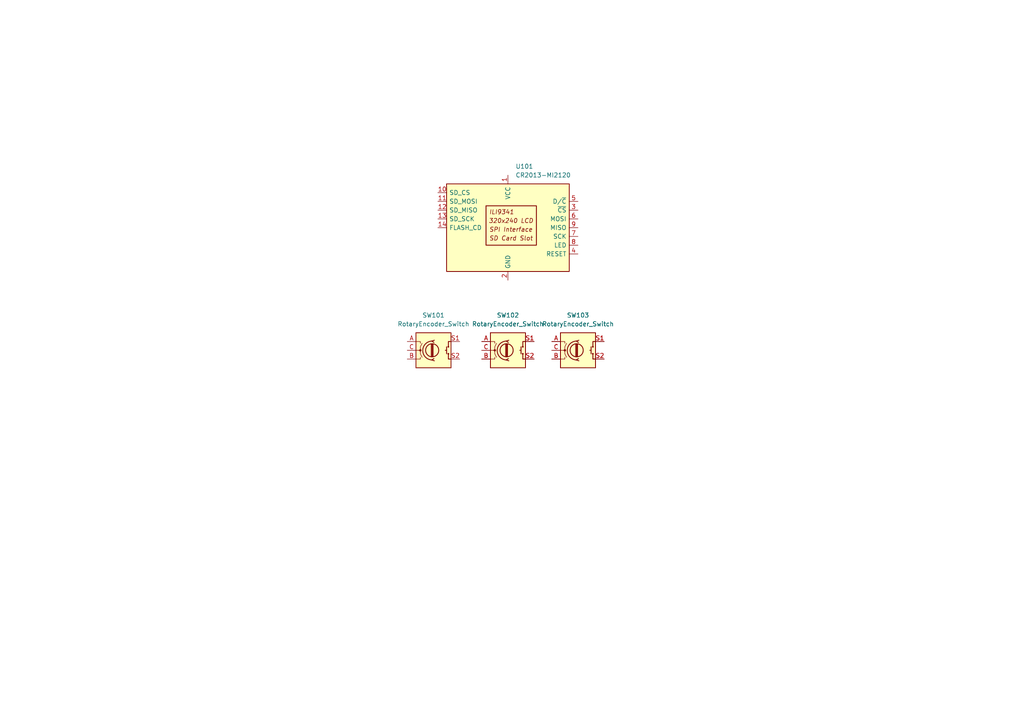
<source format=kicad_sch>
(kicad_sch (version 20231120) (generator "eeschema") (generator_version "8.0")
  (paper "A4")
  (lib_symbols
    (symbol "Device:RotaryEncoder_Switch" (pin_names (offset 0.254) hide)
      (property "Reference" "SW" (at 0 6.604 0))
      (property "Value" "RotaryEncoder_Switch" (at 0 -6.604 0))
      (symbol "RotaryEncoder_Switch_0_1"
        (rectangle (start -5.08 5.08) (end 5.08 -5.08) (stroke (width 0.254)) (fill (type background)))
        (circle (center -3.81 0) (radius 0.254) (fill (type outline)))
        (circle (center -0.381 0) (radius 1.905) (stroke (width 0.254)))
        (arc (start -0.381 2.667) (mid -3.0988 -0.0635) (end -0.381 -2.794) (stroke (width 0.254)))
        (polyline (pts (xy -0.635 -1.778) (xy -0.635 1.778)) (stroke (width 0.254)))
        (polyline (pts (xy -0.381 -1.778) (xy -0.381 1.778)) (stroke (width 0.254)))
        (polyline (pts (xy -0.127 1.778) (xy -0.127 -1.778)) (stroke (width 0.254)))
        (polyline (pts (xy 3.81 0) (xy 3.429 0)) (stroke (width 0.254)))
        (polyline (pts (xy 3.81 1.016) (xy 3.81 -1.016)) (stroke (width 0.254)))
        (polyline (pts (xy -5.08 -2.54) (xy -3.81 -2.54) (xy -3.81 -2.032)))
        (polyline (pts (xy -5.08 2.54) (xy -3.81 2.54) (xy -3.81 2.032)))
        (polyline (pts (xy 0.254 -3.048) (xy -0.508 -2.794) (xy 0.127 -2.413)) (stroke (width 0.254)))
        (polyline (pts (xy 0.254 2.921) (xy -0.508 2.667) (xy 0.127 2.286)) (stroke (width 0.254)))
        (polyline (pts (xy 5.08 -2.54) (xy 4.318 -2.54) (xy 4.318 -1.016)) (stroke (width 0.254)))
        (polyline (pts (xy 5.08 2.54) (xy 4.318 2.54) (xy 4.318 1.016)) (stroke (width 0.254)))
        (polyline (pts (xy -5.08 0) (xy -3.81 0) (xy -3.81 -1.016) (xy -3.302 -2.032)))
        (polyline (pts (xy -4.318 0) (xy -3.81 0) (xy -3.81 1.016) (xy -3.302 2.032)))
        (circle (center 4.318 -1.016) (radius 0.127) (stroke (width 0.254)))
        (circle (center 4.318 1.016) (radius 0.127) (stroke (width 0.254)))
      )
      (symbol "RotaryEncoder_Switch_1_1"
        (pin passive line (at -7.62 2.54 0) (length 2.54) (name "A") (number "A"))
        (pin passive line (at -7.62 -2.54 0) (length 2.54) (name "B") (number "B"))
        (pin passive line (at -7.62 0 0) (length 2.54) (name "C") (number "C"))
        (pin passive line (at 7.62 2.54 180) (length 2.54) (name "S1") (number "S1"))
        (pin passive line (at 7.62 -2.54 180) (length 2.54) (name "S2") (number "S2"))
      )
    )
    (symbol "Driver_Display:CR2013-MI2120" (pin_names (offset 0.762))
      (property "Reference" "U" (at -17.526 13.97 0))
      (property "Value" "CR2013-MI2120" (at 1.905 13.97 0))
      (symbol "CR2013-MI2120_0_0"
        (text "320x240 LCD" (at 0.889 2.032 0) (effects (font (size 1.27 1.27) (italic yes))))
        (text "ILI9341" (at -5.461 4.572 0) (effects (font (size 1.27 1.27) (italic yes)) (justify left)))
        (text "SD Card Slot" (at -5.461 -3.048 0) (effects (font (size 1.27 1.27) (italic yes)) (justify left)))
        (text "SPI Interface" (at -5.461 -0.508 0) (effects (font (size 1.27 1.27) (italic yes)) (justify left)))
      )
      (symbol "CR2013-MI2120_0_1"
        (rectangle (start -17.78 12.7) (end 17.78 -12.7) (stroke (width 0.254)) (fill (type background)))
        (rectangle (start -6.35 6.35) (end 8.255 -5.08) (stroke (width 0.254)))
      )
      (symbol "CR2013-MI2120_1_1"
        (pin power_in line (at 0 15.24 270) (length 2.54) (name "VCC") (number "1"))
        (pin input line (at -20.32 10.16 0) (length 2.54) (name "SD_CS") (number "10"))
        (pin input line (at -20.32 7.62 0) (length 2.54) (name "SD_MOSI") (number "11"))
        (pin output line (at -20.32 5.08 0) (length 2.54) (name "SD_MISO") (number "12"))
        (pin input line (at -20.32 2.54 0) (length 2.54) (name "SD_SCK") (number "13"))
        (pin input line (at -20.32 0 0) (length 2.54) (name "FLASH_CD") (number "14"))
        (pin power_in line (at 0 -15.24 90) (length 2.54) (name "GND") (number "2"))
        (pin input line (at 20.32 5.08 180) (length 2.54) (name "~{CS}") (number "3"))
        (pin input line (at 20.32 -7.62 180) (length 2.54) (name "RESET") (number "4"))
        (pin input line (at 20.32 7.62 180) (length 2.54) (name "D/~{C}") (number "5"))
        (pin input line (at 20.32 2.54 180) (length 2.54) (name "MOSI") (number "6"))
        (pin input line (at 20.32 -2.54 180) (length 2.54) (name "SCK") (number "7"))
        (pin input line (at 20.32 -5.08 180) (length 2.54) (name "LED") (number "8"))
        (pin output line (at 20.32 0 180) (length 2.54) (name "MISO") (number "9"))
      )
    )
  )
  (symbol (lib_id "Device:RotaryEncoder_Switch") (at 167.64 101.6 0) (unit 1)
    (property "Reference" "SW103" (at 167.64 91.44 0))
    (property "Value" "RotaryEncoder_Switch" (at 167.64 93.98 0))
    (property "Footprint" "Rotary_Encoder:RotaryEncoder_Alps_EC11E-Switch_Vertical_H20mm" (effects (hide yes)))
    (property "Description" "Rotary encoder, dual channel, incremental quadrate outputs, with switch" (effects (hide yes)))
  )
  (symbol (lib_id "Driver_Display:CR2013-MI2120") (at 147.32 66.04 0) (unit 1)
    (property "Reference" "U101" (at 149.5141 48.26 0) (effects (justify left)))
    (property "Value" "CR2013-MI2120" (at 149.5141 50.8 0) (effects (justify left)))
    (property "Footprint" "Display:CR2013-MI2120" (effects (hide yes)))
    (property "Datasheet" "http://pan.baidu.com/s/11Y990" (effects (hide yes)))
    (property "Description" "ILI9341 controller, SPI TFT LCD Display, 9-pin breakout PCB, 4-pin SD card interface, 5V/3.3V" (effects (hide yes)))
  )
  (symbol (lib_id "Device:RotaryEncoder_Switch") (at 147.32 101.6 0) (unit 1)
    (property "Reference" "SW102" (at 147.32 91.44 0))
    (property "Value" "RotaryEncoder_Switch" (at 147.32 93.98 0))
    (property "Footprint" "Rotary_Encoder:RotaryEncoder_Alps_EC11E-Switch_Vertical_H20mm" (effects (hide yes)))
    (property "Description" "Rotary encoder, dual channel, incremental quadrate outputs, with switch" (effects (hide yes)))
  )
  (symbol (lib_id "Device:RotaryEncoder_Switch") (at 125.73 101.6 0) (unit 1)
    (property "Reference" "SW101" (at 125.73 91.44 0))
    (property "Value" "RotaryEncoder_Switch" (at 125.73 93.98 0))
    (property "Footprint" "Rotary_Encoder:RotaryEncoder_Alps_EC11E-Switch_Vertical_H20mm" (effects (hide yes)))
    (property "Description" "Rotary encoder, dual channel, incremental quadrate outputs, with switch" (effects (hide yes)))
  )
)
</source>
